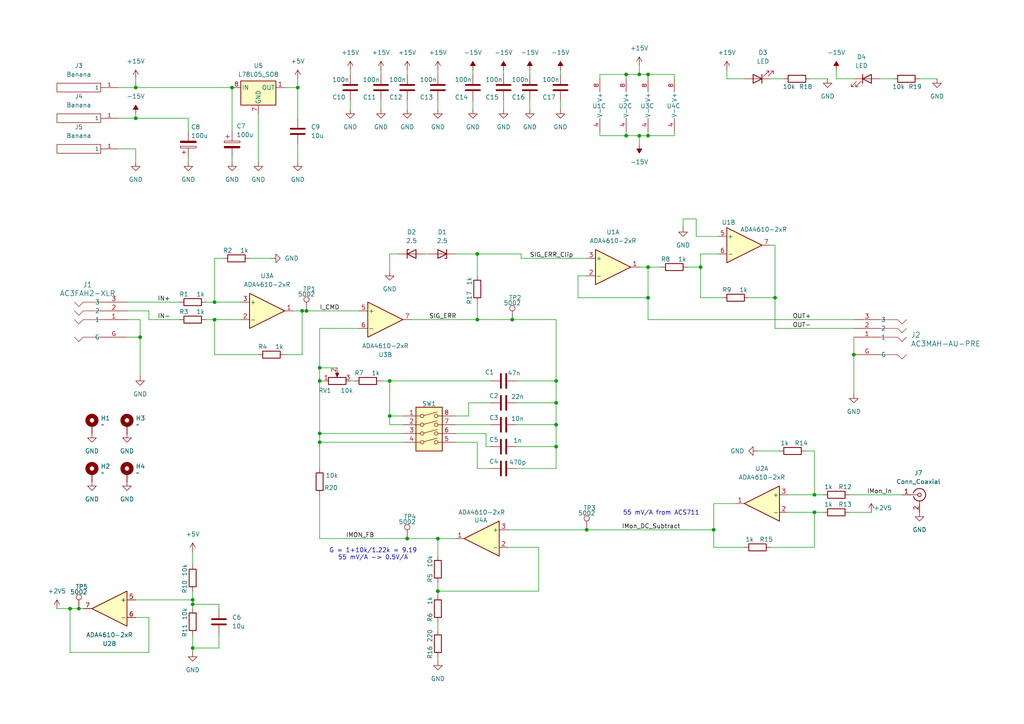
<source format=kicad_sch>
(kicad_sch (version 20231120) (generator "eeschema") (generator_version "8.0")
  (paper "A4")
  (junction (at 62.23 92.71))
  (junction (at 185.42 39.37))
  (junction (at 113.03 110.49))
  (junction (at 118.11 156.21))
  (junction (at 181.61 39.37))
  (junction (at 247.65 102.87))
  (junction (at 161.29 110.49))
  (junction (at 86.36 25.4))
  (junction (at 55.88 173.99))
  (junction (at 187.96 39.37))
  (junction (at 62.23 87.63))
  (junction (at 236.22 143.51))
  (junction (at 224.79 86.36))
  (junction (at 39.37 25.4))
  (junction (at 187.96 86.36))
  (junction (at 185.42 21.59))
  (junction (at 92.71 106.68))
  (junction (at 92.71 128.27))
  (junction (at 161.29 123.19))
  (junction (at 20.32 176.53))
  (junction (at 92.71 125.73))
  (junction (at 55.88 187.96))
  (junction (at 207.01 153.67))
  (junction (at 127 171.45))
  (junction (at 40.64 97.79))
  (junction (at 148.59 92.71))
  (junction (at 113.03 120.65))
  (junction (at 39.37 34.29))
  (junction (at 138.43 92.71))
  (junction (at 187.96 77.47))
  (junction (at 67.31 25.4))
  (junction (at 203.2 77.47))
  (junction (at 236.22 148.59))
  (junction (at 127 156.21))
  (junction (at 88.9 90.17))
  (junction (at 92.71 110.49))
  (junction (at 55.88 175.26))
  (junction (at 138.43 73.66))
  (junction (at 181.61 21.59))
  (junction (at 187.96 21.59))
  (junction (at 170.18 153.67))
  (junction (at 161.29 129.54))
  (junction (at 22.86 176.53))
  (junction (at 87.63 90.17))
  (junction (at 161.29 116.84))
  (wire (pts (xy 39.37 25.4) (xy 67.31 25.4)))
  (wire (pts (xy 62.23 74.93) (xy 64.77 74.93)))
  (wire (pts (xy 92.71 143.51) (xy 92.71 156.21)))
  (wire (pts (xy 173.99 38.1) (xy 173.99 39.37)))
  (wire (pts (xy 55.88 187.96) (xy 55.88 184.15)))
  (wire (pts (xy 63.5 176.53) (xy 63.5 175.26)))
  (wire (pts (xy 135.89 116.84) (xy 135.89 120.65)))
  (wire (pts (xy 54.61 38.1) (xy 54.61 34.29)))
  (wire (pts (xy 167.64 80.01) (xy 167.64 86.36)))
  (wire (pts (xy 209.55 86.36) (xy 203.2 86.36)))
  (wire (pts (xy 261.62 143.51) (xy 246.38 143.51)))
  (wire (pts (xy 149.86 135.89) (xy 161.29 135.89)))
  (wire (pts (xy 92.71 125.73) (xy 116.84 125.73)))
  (wire (pts (xy 153.67 20.32) (xy 153.67 21.59)))
  (wire (pts (xy 226.06 130.81) (xy 219.71 130.81)))
  (wire (pts (xy 161.29 110.49) (xy 161.29 116.84)))
  (wire (pts (xy 39.37 173.99) (xy 55.88 173.99)))
  (wire (pts (xy 224.79 71.12) (xy 224.79 86.36)))
  (wire (pts (xy 142.24 129.54) (xy 140.97 129.54)))
  (wire (pts (xy 54.61 45.72) (xy 54.61 46.99)))
  (wire (pts (xy 149.86 123.19) (xy 161.29 123.19)))
  (wire (pts (xy 153.67 29.21) (xy 153.67 31.75)))
  (wire (pts (xy 161.29 92.71) (xy 148.59 92.71)))
  (wire (pts (xy 210.82 20.32) (xy 210.82 22.86)))
  (wire (pts (xy 40.64 97.79) (xy 40.64 109.22)))
  (wire (pts (xy 162.56 29.21) (xy 162.56 31.75)))
  (wire (pts (xy 87.63 90.17) (xy 85.09 90.17)))
  (wire (pts (xy 39.37 43.18) (xy 39.37 46.99)))
  (wire (pts (xy 156.21 158.75) (xy 156.21 171.45)))
  (wire (pts (xy 101.6 20.32) (xy 101.6 21.59)))
  (wire (pts (xy 266.7 22.86) (xy 271.78 22.86)))
  (wire (pts (xy 82.55 25.4) (xy 86.36 25.4)))
  (wire (pts (xy 223.52 22.86) (xy 227.33 22.86)))
  (wire (pts (xy 86.36 34.29) (xy 86.36 25.4)))
  (wire (pts (xy 82.55 102.87) (xy 87.63 102.87)))
  (wire (pts (xy 110.49 29.21) (xy 110.49 31.75)))
  (wire (pts (xy 185.42 77.47) (xy 187.96 77.47)))
  (wire (pts (xy 113.03 73.66) (xy 115.57 73.66)))
  (wire (pts (xy 140.97 129.54) (xy 140.97 125.73)))
  (wire (pts (xy 93.98 110.49) (xy 92.71 110.49)))
  (wire (pts (xy 39.37 34.29) (xy 39.37 33.02)))
  (wire (pts (xy 20.32 189.23) (xy 20.32 176.53)))
  (wire (pts (xy 22.86 176.53) (xy 24.13 176.53)))
  (wire (pts (xy 242.57 20.32) (xy 242.57 22.86)))
  (wire (pts (xy 138.43 92.71) (xy 119.38 92.71)))
  (wire (pts (xy 236.22 148.59) (xy 236.22 158.75)))
  (wire (pts (xy 142.24 116.84) (xy 135.89 116.84)))
  (wire (pts (xy 63.5 187.96) (xy 55.88 187.96)))
  (wire (pts (xy 36.83 92.71) (xy 40.64 92.71)))
  (wire (pts (xy 36.83 87.63) (xy 52.07 87.63)))
  (wire (pts (xy 62.23 92.71) (xy 62.23 102.87)))
  (wire (pts (xy 181.61 21.59) (xy 185.42 21.59)))
  (wire (pts (xy 62.23 102.87) (xy 74.93 102.87)))
  (wire (pts (xy 161.29 135.89) (xy 161.29 129.54)))
  (wire (pts (xy 255.27 22.86) (xy 259.08 22.86)))
  (wire (pts (xy 238.76 148.59) (xy 236.22 148.59)))
  (wire (pts (xy 62.23 87.63) (xy 69.85 87.63)))
  (wire (pts (xy 55.88 173.99) (xy 55.88 175.26)))
  (wire (pts (xy 74.93 33.02) (xy 74.93 46.99)))
  (wire (pts (xy 173.99 22.86) (xy 173.99 21.59)))
  (wire (pts (xy 118.11 29.21) (xy 118.11 31.75)))
  (wire (pts (xy 161.29 129.54) (xy 161.29 123.19)))
  (wire (pts (xy 43.18 92.71) (xy 52.07 92.71)))
  (wire (pts (xy 161.29 116.84) (xy 161.29 123.19)))
  (wire (pts (xy 92.71 128.27) (xy 92.71 135.89)))
  (wire (pts (xy 151.13 74.93) (xy 170.18 74.93)))
  (wire (pts (xy 118.11 20.32) (xy 118.11 21.59)))
  (wire (pts (xy 223.52 71.12) (xy 224.79 71.12)))
  (wire (pts (xy 156.21 171.45) (xy 127 171.45)))
  (wire (pts (xy 138.43 135.89) (xy 138.43 128.27)))
  (wire (pts (xy 101.6 110.49) (xy 102.87 110.49)))
  (wire (pts (xy 92.71 106.68) (xy 92.71 110.49)))
  (wire (pts (xy 203.2 73.66) (xy 208.28 73.66)))
  (wire (pts (xy 242.57 22.86) (xy 247.65 22.86)))
  (wire (pts (xy 181.61 22.86) (xy 181.61 21.59)))
  (wire (pts (xy 20.32 176.53) (xy 22.86 176.53)))
  (wire (pts (xy 187.96 92.71) (xy 187.96 86.36)))
  (wire (pts (xy 97.79 106.68) (xy 92.71 106.68)))
  (wire (pts (xy 39.37 22.86) (xy 39.37 25.4)))
  (wire (pts (xy 86.36 22.86) (xy 86.36 25.4)))
  (wire (pts (xy 34.29 34.29) (xy 39.37 34.29)))
  (wire (pts (xy 162.56 20.32) (xy 162.56 21.59)))
  (wire (pts (xy 138.43 92.71) (xy 138.43 87.63)))
  (wire (pts (xy 236.22 148.59) (xy 228.6 148.59)))
  (wire (pts (xy 127 172.72) (xy 127 171.45)))
  (wire (pts (xy 185.42 21.59) (xy 187.96 21.59)))
  (wire (pts (xy 116.84 120.65) (xy 113.03 120.65)))
  (wire (pts (xy 62.23 92.71) (xy 69.85 92.71)))
  (wire (pts (xy 55.88 175.26) (xy 55.88 176.53)))
  (wire (pts (xy 185.42 39.37) (xy 187.96 39.37)))
  (wire (pts (xy 36.83 90.17) (xy 43.18 90.17)))
  (wire (pts (xy 234.95 22.86) (xy 240.03 22.86)))
  (wire (pts (xy 116.84 123.19) (xy 113.03 123.19)))
  (wire (pts (xy 252.73 148.59) (xy 246.38 148.59)))
  (wire (pts (xy 199.39 77.47) (xy 203.2 77.47)))
  (wire (pts (xy 127 180.34) (xy 127 182.88)))
  (wire (pts (xy 187.96 86.36) (xy 187.96 77.47)))
  (wire (pts (xy 127 171.45) (xy 127 168.91)))
  (wire (pts (xy 210.82 22.86) (xy 215.9 22.86)))
  (wire (pts (xy 43.18 179.07) (xy 43.18 189.23)))
  (wire (pts (xy 149.86 110.49) (xy 161.29 110.49)))
  (wire (pts (xy 238.76 143.51) (xy 236.22 143.51)))
  (wire (pts (xy 127 29.21) (xy 127 31.75)))
  (wire (pts (xy 187.96 38.1) (xy 187.96 39.37)))
  (wire (pts (xy 203.2 86.36) (xy 203.2 77.47)))
  (wire (pts (xy 55.88 160.02) (xy 55.88 163.83)))
  (wire (pts (xy 54.61 34.29) (xy 39.37 34.29)))
  (wire (pts (xy 110.49 110.49) (xy 113.03 110.49)))
  (wire (pts (xy 55.88 171.45) (xy 55.88 173.99)))
  (wire (pts (xy 127 161.29) (xy 127 156.21)))
  (wire (pts (xy 151.13 74.93) (xy 151.13 73.66)))
  (wire (pts (xy 142.24 135.89) (xy 138.43 135.89)))
  (wire (pts (xy 151.13 73.66) (xy 138.43 73.66)))
  (wire (pts (xy 247.65 102.87) (xy 247.65 114.3)))
  (wire (pts (xy 132.08 73.66) (xy 138.43 73.66)))
  (wire (pts (xy 167.64 86.36) (xy 187.96 86.36)))
  (wire (pts (xy 113.03 110.49) (xy 142.24 110.49)))
  (wire (pts (xy 170.18 80.01) (xy 167.64 80.01)))
  (wire (pts (xy 55.88 189.23) (xy 55.88 187.96)))
  (wire (pts (xy 72.39 74.93) (xy 78.74 74.93)))
  (wire (pts (xy 187.96 21.59) (xy 195.58 21.59)))
  (wire (pts (xy 59.69 92.71) (xy 62.23 92.71)))
  (wire (pts (xy 113.03 78.74) (xy 113.03 73.66)))
  (wire (pts (xy 132.08 123.19) (xy 142.24 123.19)))
  (wire (pts (xy 215.9 158.75) (xy 207.01 158.75)))
  (wire (pts (xy 236.22 130.81) (xy 233.68 130.81)))
  (wire (pts (xy 138.43 80.01) (xy 138.43 73.66)))
  (wire (pts (xy 127 20.32) (xy 127 21.59)))
  (wire (pts (xy 207.01 153.67) (xy 207.01 146.05)))
  (wire (pts (xy 195.58 39.37) (xy 195.58 38.1)))
  (wire (pts (xy 92.71 110.49) (xy 92.71 125.73)))
  (wire (pts (xy 247.65 97.79) (xy 247.65 102.87)))
  (wire (pts (xy 132.08 125.73) (xy 140.97 125.73)))
  (wire (pts (xy 127 190.5) (xy 127 191.77)))
  (wire (pts (xy 173.99 39.37) (xy 181.61 39.37)))
  (wire (pts (xy 201.93 63.5) (xy 198.12 63.5)))
  (wire (pts (xy 247.65 95.25) (xy 224.79 95.25)))
  (wire (pts (xy 146.05 20.32) (xy 146.05 21.59)))
  (wire (pts (xy 181.61 39.37) (xy 185.42 39.37)))
  (wire (pts (xy 113.03 110.49) (xy 113.03 120.65)))
  (wire (pts (xy 137.16 20.32) (xy 137.16 21.59)))
  (wire (pts (xy 55.88 175.26) (xy 63.5 175.26)))
  (wire (pts (xy 247.65 92.71) (xy 187.96 92.71)))
  (wire (pts (xy 181.61 38.1) (xy 181.61 39.37)))
  (wire (pts (xy 135.89 120.65) (xy 132.08 120.65)))
  (wire (pts (xy 185.42 39.37) (xy 185.42 41.91)))
  (wire (pts (xy 59.69 87.63) (xy 62.23 87.63)))
  (wire (pts (xy 236.22 158.75) (xy 223.52 158.75)))
  (wire (pts (xy 127 156.21) (xy 132.08 156.21)))
  (wire (pts (xy 88.9 90.17) (xy 104.14 90.17)))
  (wire (pts (xy 123.19 73.66) (xy 124.46 73.66)))
  (wire (pts (xy 86.36 41.91) (xy 86.36 46.99)))
  (wire (pts (xy 203.2 73.66) (xy 203.2 77.47)))
  (wire (pts (xy 63.5 184.15) (xy 63.5 187.96)))
  (wire (pts (xy 148.59 92.71) (xy 138.43 92.71)))
  (wire (pts (xy 224.79 95.25) (xy 224.79 86.36)))
  (wire (pts (xy 92.71 125.73) (xy 92.71 128.27)))
  (wire (pts (xy 170.18 153.67) (xy 207.01 153.67)))
  (wire (pts (xy 92.71 95.25) (xy 92.71 106.68)))
  (wire (pts (xy 149.86 116.84) (xy 161.29 116.84)))
  (wire (pts (xy 161.29 92.71) (xy 161.29 110.49)))
  (wire (pts (xy 113.03 120.65) (xy 113.03 123.19)))
  (wire (pts (xy 92.71 95.25) (xy 104.14 95.25)))
  (wire (pts (xy 173.99 21.59) (xy 181.61 21.59)))
  (wire (pts (xy 137.16 29.21) (xy 137.16 31.75)))
  (wire (pts (xy 138.43 128.27) (xy 132.08 128.27)))
  (wire (pts (xy 147.32 153.67) (xy 170.18 153.67)))
  (wire (pts (xy 187.96 39.37) (xy 195.58 39.37)))
  (wire (pts (xy 43.18 189.23) (xy 20.32 189.23)))
  (wire (pts (xy 87.63 102.87) (xy 87.63 90.17)))
  (wire (pts (xy 110.49 20.32) (xy 110.49 21.59)))
  (wire (pts (xy 149.86 129.54) (xy 161.29 129.54)))
  (wire (pts (xy 146.05 29.21) (xy 146.05 31.75)))
  (wire (pts (xy 185.42 21.59) (xy 185.42 19.05)))
  (wire (pts (xy 36.83 97.79) (xy 40.64 97.79)))
  (wire (pts (xy 62.23 87.63) (xy 62.23 74.93)))
  (wire (pts (xy 39.37 179.07) (xy 43.18 179.07)))
  (wire (pts (xy 236.22 143.51) (xy 236.22 130.81)))
  (wire (pts (xy 34.29 25.4) (xy 39.37 25.4)))
  (wire (pts (xy 67.31 38.1) (xy 67.31 25.4)))
  (wire (pts (xy 34.29 43.18) (xy 39.37 43.18)))
  (wire (pts (xy 187.96 22.86) (xy 187.96 21.59)))
  (wire (pts (xy 92.71 128.27) (xy 116.84 128.27)))
  (wire (pts (xy 40.64 92.71) (xy 40.64 97.79)))
  (wire (pts (xy 236.22 143.51) (xy 228.6 143.51)))
  (wire (pts (xy 195.58 21.59) (xy 195.58 22.86)))
  (wire (pts (xy 101.6 29.21) (xy 101.6 31.75)))
  (wire (pts (xy 16.51 176.53) (xy 20.32 176.53)))
  (wire (pts (xy 208.28 68.58) (xy 201.93 68.58)))
  (wire (pts (xy 92.71 156.21) (xy 118.11 156.21)))
  (wire (pts (xy 87.63 90.17) (xy 88.9 90.17)))
  (wire (pts (xy 198.12 63.5) (xy 198.12 66.04)))
  (wire (pts (xy 147.32 158.75) (xy 156.21 158.75)))
  (wire (pts (xy 207.01 158.75) (xy 207.01 153.67)))
  (wire (pts (xy 118.11 156.21) (xy 127 156.21)))
  (wire (pts (xy 201.93 68.58) (xy 201.93 63.5)))
  (wire (pts (xy 187.96 77.47) (xy 191.77 77.47)))
  (wire (pts (xy 67.31 45.72) (xy 67.31 46.99)))
  (wire (pts (xy 207.01 146.05) (xy 213.36 146.05)))
  (wire (pts (xy 43.18 92.71) (xy 43.18 90.17)))
  (wire (pts (xy 224.79 86.36) (xy 217.17 86.36)))
  (text "G = 1+10k/1.22k = 9.19\n55 mV/A -> 0.5V/A" (at 108.204 160.782 0) (effects (font (size 1.27 1.27))))
  (text "55 mV/A from ACS711\n" (at 191.77 148.844 0) (effects (font (size 1.27 1.27))))
  (label "I_CMD" (at 92.71 90.17 0))
  (label "IN+" (at 45.72 87.63 0))
  (label "OUT-" (at 229.87 95.25 0))
  (label "SIG_ERR_Clip" (at 153.67 74.93 0))
  (label "IMon_DC_Subtract" (at 180.34 153.67 0))
  (label "IN-" (at 45.72 92.71 0))
  (label "IMon_In" (at 251.46 143.51 0))
  (label "SIG_ERR" (at 124.46 92.71 0))
  (label "OUT+" (at 229.87 92.71 0))
  (label "IMON_FB" (at 100.33 156.21 0))
  (symbol (lib_id "Device:C_Polarized") (at 67.31 41.91 0) (unit 1)
    (property "Reference" "C7" (at 68.58 36.576 0) (effects (justify left)))
    (property "Value" "100u" (at 68.58 39.116 0) (effects (justify left)))
    (property "Footprint" "Capacitor_THT:CP_Radial_D6.3mm_P2.50mm" (effects (hide yes)))
    (property "Description" "Polarized capacitor" (effects (hide yes)))
  )
  (symbol (lib_id "power:+2V5") (at 252.73 148.59 0) (unit 1)
    (property "Reference" "#PWR012" (effects (hide yes)))
    (property "Value" "+2V5" (at 256.032 147.32 0))
    (property "Description" "Power symbol creates a global label with name \"+2V5\"" (effects (hide yes)))
  )
  (symbol (lib_id "Mechanical:MountingHole_Pad") (at 26.67 123.19 0) (unit 1) (exclude_from_sim yes) (in_bom no)
    (property "Reference" "H1" (at 29.21 121.2849 0) (effects (justify left)))
    (property "Value" "~" (at 29.21 123.19 0) (effects (justify left)))
    (property "Footprint" "MountingHole:MountingHole_3.2mm_M3_DIN965_Pad" (effects (hide yes)))
    (property "Description" "Mounting Hole with connection" (effects (hide yes)))
  )
  (symbol (lib_id "power:GND") (at 101.6 31.75 0) (unit 1)
    (property "Reference" "#PWR028" (effects (hide yes)))
    (property "Value" "GND" (at 101.6 36.83 0))
    (property "Description" "Power symbol creates a global label with name \"GND\" , ground" (effects (hide yes)))
  )
  (symbol (lib_id "Device:C") (at 146.05 25.4 180) (unit 1)
    (property "Reference" "C15" (at 142.748 28.194 0))
    (property "Value" "100n" (at 143.256 23.114 0))
    (property "Footprint" "Capacitor_SMD:C_0805_2012Metric_Pad1.18x1.45mm_HandSolder" (effects (hide yes)))
    (property "Description" "Unpolarized capacitor" (effects (hide yes)))
  )
  (symbol (lib_id "Device:C") (at 86.36 38.1 180) (unit 1)
    (property "Reference" "C9" (at 90.17 36.8299 0) (effects (justify right)))
    (property "Value" "10u" (at 90.17 39.3699 0) (effects (justify right)))
    (property "Footprint" "Capacitor_SMD:C_0805_2012Metric_Pad1.18x1.45mm_HandSolder" (effects (hide yes)))
    (property "Description" "Unpolarized capacitor" (effects (hide yes)))
  )
  (symbol (lib_id "Amplifier_Operational:ADA4610-2xR") (at 77.47 90.17 0) (unit 1)
    (property "Reference" "U3" (at 77.47 80.01 0))
    (property "Value" "ADA4610-2xR" (at 77.47 82.55 0))
    (property "Footprint" "Package_SO:SOIC-8_3.9x4.9mm_P1.27mm" (effects (hide yes)))
    (property "Datasheet" "https://www.analog.com/media/en/technical-documentation/data-sheets/ADA4610-1_4610-2_4610-4.pdf" (effects (hide yes)))
    (property "Description" "Dual Low Noise, Precision, Rail-to-Rail Output, JFET Op Amp, SOIC-8" (effects (hide yes)))
  )
  (symbol (lib_id "Amplifier_Operational:ADA4610-2xR") (at 181.61 30.48 0) (unit 3)
    (property "Reference" "U2" (at 183.388 30.734 0) (effects (justify right)))
    (property "Value" "ADA4610-2xR" (effects (hide yes)))
    (property "Footprint" "Package_SO:SOIC-8_3.9x4.9mm_P1.27mm" (effects (hide yes)))
    (property "Datasheet" "https://www.analog.com/media/en/technical-documentation/data-sheets/ADA4610-1_4610-2_4610-4.pdf" (effects (hide yes)))
    (property "Description" "Dual Low Noise, Precision, Rail-to-Rail Output, JFET Op Amp, SOIC-8" (effects (hide yes)))
  )
  (symbol (lib_id "Device:C") (at 146.05 110.49 90) (unit 1)
    (property "Reference" "C1" (at 141.986 107.95 90))
    (property "Value" "47n" (at 149.098 108.204 90))
    (property "Footprint" "Capacitor_SMD:C_0805_2012Metric_Pad1.18x1.45mm_HandSolder" (effects (hide yes)))
    (property "Description" "Unpolarized capacitor" (effects (hide yes)))
  )
  (symbol (lib_id "Device:R") (at 55.88 167.64 180) (unit 1)
    (property "Reference" "R10" (at 53.594 170.18 90))
    (property "Value" "10k" (at 53.594 165.354 90))
    (property "Footprint" "Resistor_SMD:R_0805_2012Metric_Pad1.20x1.40mm_HandSolder" (effects (hide yes)))
    (property "Description" "Resistor" (effects (hide yes)))
  )
  (symbol (lib_id "Connector:TestPoint") (at 148.59 92.71 0) (unit 1)
    (property "Reference" "TP2" (at 147.574 86.36 0) (effects (justify left)))
    (property "Value" "5002" (at 146.05 87.884 0) (effects (justify left)))
    (property "Footprint" "TestPoint:TestPoint_Loop_D2.50mm_Drill1.0mm" (effects (hide yes)))
    (property "Description" "test point" (effects (hide yes)))
  )
  (symbol (lib_id "Device:C") (at 146.05 129.54 90) (unit 1)
    (property "Reference" "C5" (at 143.256 127.508 90))
    (property "Value" "1n" (at 150.114 127.762 90))
    (property "Footprint" "Capacitor_SMD:C_0805_2012Metric_Pad1.18x1.45mm_HandSolder" (effects (hide yes)))
    (property "Description" "Unpolarized capacitor" (effects (hide yes)))
  )
  (symbol (lib_id "Device:C") (at 146.05 135.89 90) (unit 1)
    (property "Reference" "C4" (at 143.256 133.858 90))
    (property "Value" "470p" (at 150.114 134.112 90))
    (property "Footprint" "Capacitor_SMD:C_0805_2012Metric_Pad1.18x1.45mm_HandSolder" (effects (hide yes)))
    (property "Description" "Unpolarized capacitor" (effects (hide yes)))
  )
  (symbol (lib_id "Device:R") (at 78.74 102.87 90) (unit 1)
    (property "Reference" "R4" (at 76.2 100.584 90))
    (property "Value" "1k" (at 81.026 100.584 90))
    (property "Footprint" "Resistor_SMD:R_0805_2012Metric_Pad1.20x1.40mm_HandSolder" (effects (hide yes)))
    (property "Description" "Resistor" (effects (hide yes)))
  )
  (symbol (lib_id "Device:R") (at 55.88 92.71 90) (unit 1)
    (property "Reference" "R3" (at 53.34 90.424 90))
    (property "Value" "1k" (at 58.166 90.424 90))
    (property "Footprint" "Resistor_SMD:R_0805_2012Metric_Pad1.20x1.40mm_HandSolder" (effects (hide yes)))
    (property "Description" "Resistor" (effects (hide yes)))
  )
  (symbol (lib_id "power:-15V") (at 185.42 41.91 0) (mirror x) (unit 1)
    (property "Reference" "#PWR025" (effects (hide yes)))
    (property "Value" "-15V" (at 185.42 46.99 0))
    (property "Description" "Power symbol creates a global label with name \"-15V\"" (effects (hide yes)))
  )
  (symbol (lib_id "Connector:Conn_Coaxial") (at 266.7 143.51 0) (unit 1)
    (property "Reference" "J7" (at 266.3826 137.16 0))
    (property "Value" "Conn_Coaxial" (at 266.3826 139.7 0))
    (property "Footprint" "Eli_Lib:31-5486-1010 BNC Panel RA" (effects (hide yes)))
    (property "Description" "coaxial connector (BNC, SMA, SMB, SMC, Cinch/RCA, LEMO, ...)" (effects (hide yes)))
  )
  (symbol (lib_id "power:+15V") (at 185.42 19.05 0) (unit 1)
    (property "Reference" "#PWR026" (effects (hide yes)))
    (property "Value" "+15V" (at 185.42 13.97 0))
    (property "Description" "Power symbol creates a global label with name \"+15V\"" (effects (hide yes)))
  )
  (symbol (lib_id "Device:R") (at 242.57 143.51 270) (mirror x) (unit 1)
    (property "Reference" "R12" (at 245.11 141.224 90))
    (property "Value" "1k" (at 240.284 141.224 90))
    (property "Footprint" "Resistor_SMD:R_0805_2012Metric_Pad1.20x1.40mm_HandSolder" (effects (hide yes)))
    (property "Description" "Resistor" (effects (hide yes)))
  )
  (symbol (lib_id "Device:D_Zener") (at 119.38 73.66 0) (unit 1)
    (property "Reference" "D2" (at 119.38 67.31 0))
    (property "Value" "2.5" (at 119.38 69.85 0))
    (property "Footprint" "Diode_SMD:D_SOD-123" (effects (hide yes)))
    (property "Description" "Zener diode" (effects (hide yes)))
  )
  (symbol (lib_id "power:GND") (at 86.36 46.99 0) (unit 1)
    (property "Reference" "#PWR020" (effects (hide yes)))
    (property "Value" "GND" (at 86.36 52.07 0))
    (property "Description" "Power symbol creates a global label with name \"GND\" , ground" (effects (hide yes)))
  )
  (symbol (lib_id "Device:C") (at 127 25.4 180) (unit 1)
    (property "Reference" "C13" (at 123.698 28.194 0))
    (property "Value" "100n" (at 124.206 23.114 0))
    (property "Footprint" "Capacitor_SMD:C_0805_2012Metric_Pad1.18x1.45mm_HandSolder" (effects (hide yes)))
    (property "Description" "Unpolarized capacitor" (effects (hide yes)))
  )
  (symbol (lib_id "power:GND") (at 271.78 22.86 0) (unit 1)
    (property "Reference" "#PWR024" (effects (hide yes)))
    (property "Value" "GND" (at 271.78 27.94 0))
    (property "Description" "Power symbol creates a global label with name \"GND\" , ground" (effects (hide yes)))
  )
  (symbol (lib_id "Device:R") (at 55.88 180.34 180) (unit 1)
    (property "Reference" "R11" (at 53.594 182.88 90))
    (property "Value" "10k" (at 53.594 178.054 90))
    (property "Footprint" "Resistor_SMD:R_0805_2012Metric_Pad1.20x1.40mm_HandSolder" (effects (hide yes)))
    (property "Description" "Resistor" (effects (hide yes)))
  )
  (symbol (lib_id "Device:R") (at 195.58 77.47 90) (unit 1)
    (property "Reference" "R8" (at 193.04 75.184 90))
    (property "Value" "1k" (at 197.866 75.184 90))
    (property "Footprint" "Resistor_SMD:R_0805_2012Metric_Pad1.20x1.40mm_HandSolder" (effects (hide yes)))
    (property "Description" "Resistor" (effects (hide yes)))
  )
  (symbol (lib_id "Amplifier_Operational:ADA4610-2xR") (at 220.98 146.05 0) (mirror y) (unit 1)
    (property "Reference" "U2" (at 220.98 135.89 0))
    (property "Value" "ADA4610-2xR" (at 220.98 138.43 0))
    (property "Footprint" "Package_SO:SOIC-8_3.9x4.9mm_P1.27mm" (effects (hide yes)))
    (property "Datasheet" "https://www.analog.com/media/en/technical-documentation/data-sheets/ADA4610-1_4610-2_4610-4.pdf" (effects (hide yes)))
    (property "Description" "Dual Low Noise, Precision, Rail-to-Rail Output, JFET Op Amp, SOIC-8" (effects (hide yes)))
  )
  (symbol (lib_id "power:-15V") (at 39.37 33.02 0) (unit 1)
    (property "Reference" "#PWR014" (effects (hide yes)))
    (property "Value" "-15V" (at 39.37 27.94 0))
    (property "Description" "Power symbol creates a global label with name \"-15V\"" (effects (hide yes)))
  )
  (symbol (lib_id "Connector:TestPoint") (at 22.86 176.53 0) (unit 1)
    (property "Reference" "TP5" (at 21.844 170.18 0) (effects (justify left)))
    (property "Value" "5002" (at 20.32 171.704 0) (effects (justify left)))
    (property "Footprint" "TestPoint:TestPoint_Loop_D2.50mm_Drill1.0mm" (effects (hide yes)))
    (property "Description" "test point" (effects (hide yes)))
  )
  (symbol (lib_id "Device:R") (at 138.43 83.82 180) (unit 1)
    (property "Reference" "R17" (at 136.144 86.36 90))
    (property "Value" "1k" (at 136.144 81.534 90))
    (property "Footprint" "Resistor_SMD:R_0805_2012Metric_Pad1.20x1.40mm_HandSolder" (effects (hide yes)))
    (property "Description" "Resistor" (effects (hide yes)))
  )
  (symbol (lib_id "Device:R") (at 55.88 87.63 90) (unit 1)
    (property "Reference" "R1" (at 53.34 85.344 90))
    (property "Value" "1k" (at 58.166 85.344 90))
    (property "Footprint" "Resistor_SMD:R_0805_2012Metric_Pad1.20x1.40mm_HandSolder" (effects (hide yes)))
    (property "Description" "Resistor" (effects (hide yes)))
  )
  (symbol (lib_id "power:-15V") (at 137.16 20.32 0) (unit 1)
    (property "Reference" "#PWR035" (effects (hide yes)))
    (property "Value" "-15V" (at 137.16 15.24 0))
    (property "Description" "Power symbol creates a global label with name \"-15V\"" (effects (hide yes)))
  )
  (symbol (lib_id "power:-15V") (at 242.57 20.32 0) (unit 1)
    (property "Reference" "#PWR023" (effects (hide yes)))
    (property "Value" "-15V" (at 242.57 15.24 0))
    (property "Description" "Power symbol creates a global label with name \"-15V\"" (effects (hide yes)))
  )
  (symbol (lib_id "Connector:TestPoint") (at 118.11 156.21 0) (unit 1)
    (property "Reference" "TP4" (at 117.094 149.86 0) (effects (justify left)))
    (property "Value" "5002" (at 115.57 151.384 0) (effects (justify left)))
    (property "Footprint" "TestPoint:TestPoint_Loop_D2.50mm_Drill1.0mm" (effects (hide yes)))
    (property "Description" "test point" (effects (hide yes)))
  )
  (symbol (lib_id "Device:C") (at 101.6 25.4 180) (unit 1)
    (property "Reference" "C10" (at 98.298 28.194 0))
    (property "Value" "100n" (at 98.806 23.114 0))
    (property "Footprint" "Capacitor_SMD:C_0805_2012Metric_Pad1.18x1.45mm_HandSolder" (effects (hide yes)))
    (property "Description" "Unpolarized capacitor" (effects (hide yes)))
  )
  (symbol (lib_id "Device:C") (at 153.67 25.4 180) (unit 1)
    (property "Reference" "C16" (at 150.368 28.194 0))
    (property "Value" "100n" (at 150.876 23.114 0))
    (property "Footprint" "Capacitor_SMD:C_0805_2012Metric_Pad1.18x1.45mm_HandSolder" (effects (hide yes)))
    (property "Description" "Unpolarized capacitor" (effects (hide yes)))
  )
  (symbol (lib_id "Device:R") (at 262.89 22.86 270) (unit 1)
    (property "Reference" "R19" (at 265.43 25.146 90))
    (property "Value" "10k" (at 260.604 25.146 90))
    (property "Footprint" "Resistor_SMD:R_0805_2012Metric_Pad1.20x1.40mm_HandSolder" (effects (hide yes)))
    (property "Description" "Resistor" (effects (hide yes)))
  )
  (symbol (lib_id "power:GND") (at 153.67 31.75 0) (unit 1)
    (property "Reference" "#PWR040" (effects (hide yes)))
    (property "Value" "GND" (at 153.67 36.83 0))
    (property "Description" "Power symbol creates a global label with name \"GND\" , ground" (effects (hide yes)))
  )
  (symbol (lib_id "Device:C_Polarized") (at 54.61 41.91 0) (mirror x) (unit 1)
    (property "Reference" "C8" (at 55.372 36.83 0) (effects (justify left)))
    (property "Value" "100u" (at 55.372 39.37 0) (effects (justify left)))
    (property "Footprint" "Capacitor_THT:CP_Radial_D6.3mm_P2.50mm" (effects (hide yes)))
    (property "Description" "Polarized capacitor" (effects (hide yes)))
  )
  (symbol (lib_id "power:+15V") (at 101.6 20.32 0) (unit 1)
    (property "Reference" "#PWR027" (effects (hide yes)))
    (property "Value" "+15V" (at 101.6 15.24 0))
    (property "Description" "Power symbol creates a global label with name \"+15V\"" (effects (hide yes)))
  )
  (symbol (lib_id "Eli_v6Lib:Banana") (at 22.86 43.18 0) (unit 1)
    (property "Reference" "J5" (at 22.86 36.83 0))
    (property "Value" "Banana" (at 22.86 39.37 0))
    (property "Footprint" "Eli_Lib:Banana-FCR7350L" (effects (hide yes)))
  )
  (symbol (lib_id "power:-15V") (at 146.05 20.32 0) (unit 1)
    (property "Reference" "#PWR037" (effects (hide yes)))
    (property "Value" "-15V" (at 146.05 15.24 0))
    (property "Description" "Power symbol creates a global label with name \"-15V\"" (effects (hide yes)))
  )
  (symbol (lib_id "power:-15V") (at 162.56 20.32 0) (unit 1)
    (property "Reference" "#PWR041" (effects (hide yes)))
    (property "Value" "-15V" (at 162.56 15.24 0))
    (property "Description" "Power symbol creates a global label with name \"-15V\"" (effects (hide yes)))
  )
  (symbol (lib_id "power:+5V") (at 86.36 22.86 0) (unit 1)
    (property "Reference" "#PWR018" (effects (hide yes)))
    (property "Value" "+5V" (at 86.36 17.78 0))
    (property "Description" "Power symbol creates a global label with name \"+5V\"" (effects (hide yes)))
  )
  (symbol (lib_id "Amplifier_Operational:ADA4610-2xR") (at 173.99 30.48 0) (unit 3)
    (property "Reference" "U1" (at 175.768 30.734 0) (effects (justify right)))
    (property "Value" "ADA4610-2xR" (effects (hide yes)))
    (property "Footprint" "Package_SO:SOIC-8_3.9x4.9mm_P1.27mm" (effects (hide yes)))
    (property "Datasheet" "https://www.analog.com/media/en/technical-documentation/data-sheets/ADA4610-1_4610-2_4610-4.pdf" (effects (hide yes)))
    (property "Description" "Dual Low Noise, Precision, Rail-to-Rail Output, JFET Op Amp, SOIC-8" (effects (hide yes)))
  )
  (symbol (lib_id "Device:C") (at 137.16 25.4 180) (unit 1)
    (property "Reference" "C14" (at 133.858 28.194 0))
    (property "Value" "100n" (at 134.366 23.114 0))
    (property "Footprint" "Capacitor_SMD:C_0805_2012Metric_Pad1.18x1.45mm_HandSolder" (effects (hide yes)))
    (property "Description" "Unpolarized capacitor" (effects (hide yes)))
  )
  (symbol (lib_id "power:+15V") (at 210.82 20.32 0) (unit 1)
    (property "Reference" "#PWR021" (effects (hide yes)))
    (property "Value" "+15V" (at 210.82 15.24 0))
    (property "Description" "Power symbol creates a global label with name \"+15V\"" (effects (hide yes)))
  )
  (symbol (lib_id "Device:C") (at 110.49 25.4 180) (unit 1)
    (property "Reference" "C11" (at 107.188 28.194 0))
    (property "Value" "100n" (at 107.696 23.114 0))
    (property "Footprint" "Capacitor_SMD:C_0805_2012Metric_Pad1.18x1.45mm_HandSolder" (effects (hide yes)))
    (property "Description" "Unpolarized capacitor" (effects (hide yes)))
  )
  (symbol (lib_id "power:GND") (at 110.49 31.75 0) (unit 1)
    (property "Reference" "#PWR030" (effects (hide yes)))
    (property "Value" "GND" (at 110.49 36.83 0))
    (property "Description" "Power symbol creates a global label with name \"GND\" , ground" (effects (hide yes)))
  )
  (symbol (lib_id "power:GND") (at 162.56 31.75 0) (unit 1)
    (property "Reference" "#PWR042" (effects (hide yes)))
    (property "Value" "GND" (at 162.56 36.83 0))
    (property "Description" "Power symbol creates a global label with name \"GND\" , ground" (effects (hide yes)))
  )
  (symbol (lib_id "power:GND") (at 55.88 189.23 0) (unit 1)
    (property "Reference" "#PWR06" (effects (hide yes)))
    (property "Value" "GND" (at 55.88 194.31 0))
    (property "Description" "Power symbol creates a global label with name \"GND\" , ground" (effects (hide yes)))
  )
  (symbol (lib_id "power:+15V") (at 39.37 22.86 0) (unit 1)
    (property "Reference" "#PWR013" (effects (hide yes)))
    (property "Value" "+15V" (at 39.37 17.78 0))
    (property "Description" "Power symbol creates a global label with name \"+15V\"" (effects (hide yes)))
  )
  (symbol (lib_id "Eli_v6Lib:AC3FAH2-XLR") (at 36.83 87.63 0) (unit 1)
    (property "Reference" "J1" (at 25.4 82.55 0) (effects (font (size 1.524 1.524))))
    (property "Value" "AC3FAH2-XLR" (at 25.4 85.09 0) (effects (font (size 1.524 1.524))))
    (property "Footprint" "Eli_Lib:AC3FAH2-F-XLR" (effects (hide yes)))
    (property "Datasheet" "https://amphenolaudio.com/wp-content/uploads/2015/06/AC3FAH2-AU-PRE.pdf" (effects (hide yes)))
  )
  (symbol (lib_id "power:GND") (at 67.31 46.99 0) (unit 1)
    (property "Reference" "#PWR017" (effects (hide yes)))
    (property "Value" "GND" (at 67.31 52.07 0))
    (property "Description" "Power symbol creates a global label with name \"GND\" , ground" (effects (hide yes)))
  )
  (symbol (lib_id "Device:R") (at 127 186.69 180) (unit 1)
    (property "Reference" "R16" (at 124.714 189.23 90))
    (property "Value" "220" (at 124.714 184.404 90))
    (property "Footprint" "Resistor_SMD:R_0805_2012Metric_Pad1.20x1.40mm_HandSolder" (effects (hide yes)))
    (property "Description" "Resistor" (effects (hide yes)))
  )
  (symbol (lib_id "Device:C") (at 63.5 180.34 180) (unit 1)
    (property "Reference" "C6" (at 67.31 179.0699 0) (effects (justify right)))
    (property "Value" "10u" (at 67.31 181.6099 0) (effects (justify right)))
    (property "Footprint" "Capacitor_SMD:C_0805_2012Metric_Pad1.18x1.45mm_HandSolder" (effects (hide yes)))
    (property "Description" "Unpolarized capacitor" (effects (hide yes)))
  )
  (symbol (lib_id "Device:LED") (at 251.46 22.86 0) (unit 1)
    (property "Reference" "D4" (at 249.8725 16.51 0))
    (property "Value" "LED" (at 249.8725 19.05 0))
    (property "Footprint" "LED_SMD:LED_0805_2012Metric_Pad1.15x1.40mm_HandSolder" (effects (hide yes)))
    (property "Description" "Light emitting diode" (effects (hide yes)))
  )
  (symbol (lib_id "power:GND") (at 219.71 130.81 270) (mirror x) (unit 1)
    (property "Reference" "#PWR08" (effects (hide yes)))
    (property "Value" "GND" (at 215.9 130.8099 90) (effects (justify right)))
    (property "Description" "Power symbol creates a global label with name \"GND\" , ground" (effects (hide yes)))
  )
  (symbol (lib_id "Switch:SW_DIP_x04") (at 124.46 125.73 0) (unit 1)
    (property "Reference" "SW1" (at 124.46 117.094 0))
    (property "Value" "SW_DIP_x04" (effects (hide yes)))
    (property "Footprint" "Button_Switch_SMD:SW_DIP_SPSTx04_Slide_9.78x12.34mm_W8.61mm_P2.54mm" (effects (hide yes)))
    (property "Description" "4x DIP Switch, Single Pole Single Throw (SPST) switch, small symbol" (effects (hide yes)))
  )
  (symbol (lib_id "Mechanical:MountingHole_Pad") (at 26.67 137.16 0) (unit 1) (exclude_from_sim yes) (in_bom no)
    (property "Reference" "H2" (at 29.21 135.2549 0) (effects (justify left)))
    (property "Value" "~" (at 29.21 137.16 0) (effects (justify left)))
    (property "Footprint" "MountingHole:MountingHole_3.2mm_M3_DIN965_Pad" (effects (hide yes)))
    (property "Description" "Mounting Hole with connection" (effects (hide yes)))
  )
  (symbol (lib_id "Device:R_Potentiometer") (at 97.79 110.49 90) (unit 1)
    (property "Reference" "RV1" (at 94.234 113.284 90))
    (property "Value" "10k" (at 100.584 113.284 90))
    (property "Footprint" "Potentiometer_THT:Potentiometer_Bourns_3296W_Vertical" (effects (hide yes)))
    (property "Description" "Potentiometer" (effects (hide yes)))
  )
  (symbol (lib_id "Device:R") (at 213.36 86.36 90) (unit 1)
    (property "Reference" "R9" (at 210.82 84.074 90))
    (property "Value" "1k" (at 215.646 84.074 90))
    (property "Footprint" "Resistor_SMD:R_0805_2012Metric_Pad1.20x1.40mm_HandSolder" (effects (hide yes)))
    (property "Description" "Resistor" (effects (hide yes)))
  )
  (symbol (lib_id "power:+15V") (at 118.11 20.32 0) (unit 1)
    (property "Reference" "#PWR031" (effects (hide yes)))
    (property "Value" "+15V" (at 118.11 15.24 0))
    (property "Description" "Power symbol creates a global label with name \"+15V\"" (effects (hide yes)))
  )
  (symbol (lib_id "Device:C") (at 118.11 25.4 180) (unit 1)
    (property "Reference" "C12" (at 114.808 28.194 0))
    (property "Value" "100n" (at 115.316 23.114 0))
    (property "Footprint" "Capacitor_SMD:C_0805_2012Metric_Pad1.18x1.45mm_HandSolder" (effects (hide yes)))
    (property "Description" "Unpolarized capacitor" (effects (hide yes)))
  )
  (symbol (lib_id "Amplifier_Operational:ADA4610-2xR") (at 177.8 77.47 0) (unit 1)
    (property "Reference" "U1" (at 177.8 67.31 0))
    (property "Value" "ADA4610-2xR" (at 177.8 69.85 0))
    (property "Footprint" "Package_SO:SOIC-8_3.9x4.9mm_P1.27mm" (effects (hide yes)))
    (property "Datasheet" "https://www.analog.com/media/en/technical-documentation/data-sheets/ADA4610-1_4610-2_4610-4.pdf" (effects (hide yes)))
    (property "Description" "Dual Low Noise, Precision, Rail-to-Rail Output, JFET Op Amp, SOIC-8" (effects (hide yes)))
  )
  (symbol (lib_id "Device:LED") (at 219.71 22.86 180) (unit 1)
    (property "Reference" "D3" (at 221.2975 15.24 0))
    (property "Value" "LED" (at 221.2975 17.78 0))
    (property "Footprint" "LED_SMD:LED_0805_2012Metric_Pad1.15x1.40mm_HandSolder" (effects (hide yes)))
    (property "Description" "Light emitting diode" (effects (hide yes)))
  )
  (symbol (lib_id "power:GND") (at 74.93 46.99 0) (unit 1)
    (property "Reference" "#PWR019" (effects (hide yes)))
    (property "Value" "GND" (at 74.93 52.07 0))
    (property "Description" "Power symbol creates a global label with name \"GND\" , ground" (effects (hide yes)))
  )
  (symbol (lib_id "Device:R") (at 219.71 158.75 270) (mirror x) (unit 1)
    (property "Reference" "R15" (at 222.25 156.464 90))
    (property "Value" "1k" (at 217.424 156.464 90))
    (property "Footprint" "Resistor_SMD:R_0805_2012Metric_Pad1.20x1.40mm_HandSolder" (effects (hide yes)))
    (property "Description" "Resistor" (effects (hide yes)))
  )
  (symbol (lib_id "power:GND") (at 127 191.77 0) (unit 1)
    (property "Reference" "#PWR03" (effects (hide yes)))
    (property "Value" "GND" (at 127 196.85 0))
    (property "Description" "Power symbol creates a global label with name \"GND\" , ground" (effects (hide yes)))
  )
  (symbol (lib_id "power:GND") (at 266.7 148.59 0) (unit 1)
    (property "Reference" "#PWR09" (effects (hide yes)))
    (property "Value" "GND" (at 266.7 153.67 0))
    (property "Description" "Power symbol creates a global label with name \"GND\" , ground" (effects (hide yes)))
  )
  (symbol (lib_id "Device:R") (at 127 176.53 180) (unit 1)
    (property "Reference" "R6" (at 124.714 179.07 90))
    (property "Value" "1k" (at 124.714 174.244 90))
    (property "Footprint" "Resistor_SMD:R_0805_2012Metric_Pad1.20x1.40mm_HandSolder" (effects (hide yes)))
    (property "Description" "Resistor" (effects (hide yes)))
  )
  (symbol (lib_id "power:+2V5") (at 16.51 176.53 0) (unit 1)
    (property "Reference" "#PWR011" (effects (hide yes)))
    (property "Value" "+2V5" (at 16.51 171.45 0))
    (property "Description" "Power symbol creates a global label with name \"+2V5\"" (effects (hide yes)))
  )
  (symbol (lib_id "Amplifier_Operational:ADA4610-2xR") (at 195.58 30.48 0) (unit 3)
    (property "Reference" "U4" (at 197.358 30.734 0) (effects (justify right)))
    (property "Value" "ADA4610-2xR" (effects (hide yes)))
    (property "Footprint" "Package_SO:SOIC-8_3.9x4.9mm_P1.27mm" (effects (hide yes)))
    (property "Datasheet" "https://www.analog.com/media/en/technical-documentation/data-sheets/ADA4610-1_4610-2_4610-4.pdf" (effects (hide yes)))
    (property "Description" "Dual Low Noise, Precision, Rail-to-Rail Output, JFET Op Amp, SOIC-8" (effects (hide yes)))
  )
  (symbol (lib_id "power:+15V") (at 127 20.32 0) (unit 1)
    (property "Reference" "#PWR033" (effects (hide yes)))
    (property "Value" "+15V" (at 127 15.24 0))
    (property "Description" "Power symbol creates a global label with name \"+15V\"" (effects (hide yes)))
  )
  (symbol (lib_id "Device:C") (at 146.05 123.19 90) (unit 1)
    (property "Reference" "C3" (at 143.256 121.158 90))
    (property "Value" "10n" (at 150.114 121.412 90))
    (property "Footprint" "Capacitor_SMD:C_0805_2012Metric_Pad1.18x1.45mm_HandSolder" (effects (hide yes)))
    (property "Description" "Unpolarized capacitor" (effects (hide yes)))
  )
  (symbol (lib_id "power:GND") (at 40.64 109.22 0) (unit 1)
    (property "Reference" "#PWR02" (effects (hide yes)))
    (property "Value" "GND" (at 40.64 114.3 0))
    (property "Description" "Power symbol creates a global label with name \"GND\" , ground" (effects (hide yes)))
  )
  (symbol (lib_id "power:GND") (at 127 31.75 0) (unit 1)
    (property "Reference" "#PWR034" (effects (hide yes)))
    (property "Value" "GND" (at 127 36.83 0))
    (property "Description" "Power symbol creates a global label with name \"GND\" , ground" (effects (hide yes)))
  )
  (symbol (lib_id "Eli_v6Lib:Banana") (at 22.86 25.4 0) (unit 1)
    (property "Reference" "J3" (at 22.86 19.05 0))
    (property "Value" "Banana" (at 22.86 21.59 0))
    (property "Footprint" "Eli_Lib:Banana-FCR7350L" (effects (hide yes)))
  )
  (symbol (lib_id "power:GND") (at 26.67 139.7 0) (unit 1)
    (property "Reference" "#PWR044" (effects (hide yes)))
    (property "Value" "GND" (at 26.67 144.78 0))
    (property "Description" "Power symbol creates a global label with name \"GND\" , ground" (effects (hide yes)))
  )
  (symbol (lib_id "power:GND") (at 146.05 31.75 0) (unit 1)
    (property "Reference" "#PWR038" (effects (hide yes)))
    (property "Value" "GND" (at 146.05 36.83 0))
    (property "Description" "Power symbol creates a global label with name \"GND\" , ground" (effects (hide yes)))
  )
  (symbol (lib_id "Amplifier_Operational:ADA4610-2xR") (at 139.7 156.21 0) (mirror y) (unit 1)
    (property "Reference" "U4" (at 139.446 150.876 0))
    (property "Value" "ADA4610-2xR" (at 139.7 148.59 0))
    (property "Footprint" "Package_SO:SOIC-8_3.9x4.9mm_P1.27mm" (effects (hide yes)))
    (property "Datasheet" "https://www.analog.com/media/en/technical-documentation/data-sheets/ADA4610-1_4610-2_4610-4.pdf" (effects (hide yes)))
    (property "Description" "Dual Low Noise, Precision, Rail-to-Rail Output, JFET Op Amp, SOIC-8" (effects (hide yes)))
  )
  (symbol (lib_id "Device:R") (at 92.71 139.7 180) (unit 1)
    (property "Reference" "R20" (at 96.012 141.478 0))
    (property "Value" "10k" (at 96.266 137.922 0))
    (property "Footprint" "Resistor_SMD:R_0805_2012Metric_Pad1.20x1.40mm_HandSolder" (effects (hide yes)))
    (property "Description" "Resistor" (effects (hide yes)))
  )
  (symbol (lib_id "power:GND") (at 118.11 31.75 0) (unit 1)
    (property "Reference" "#PWR032" (effects (hide yes)))
    (property "Value" "GND" (at 118.11 36.83 0))
    (property "Description" "Power symbol creates a global label with name \"GND\" , ground" (effects (hide yes)))
  )
  (symbol (lib_id "Amplifier_Operational:ADA4610-2xR") (at 31.75 176.53 0) (mirror y) (unit 2)
    (property "Reference" "U2" (at 31.75 186.69 0))
    (property "Value" "ADA4610-2xR" (at 31.75 184.15 0))
    (property "Footprint" "Package_SO:SOIC-8_3.9x4.9mm_P1.27mm" (effects (hide yes)))
    (property "Datasheet" "https://www.analog.com/media/en/technical-documentation/data-sheets/ADA4610-1_4610-2_4610-4.pdf" (effects (hide yes)))
    (property "Description" "Dual Low Noise, Precision, Rail-to-Rail Output, JFET Op Amp, SOIC-8" (effects (hide yes)))
  )
  (symbol (lib_id "Device:R") (at 231.14 22.86 270) (unit 1)
    (property "Reference" "R18" (at 233.68 25.146 90))
    (property "Value" "10k" (at 228.854 25.146 90))
    (property "Footprint" "Resistor_SMD:R_0805_2012Metric_Pad1.20x1.40mm_HandSolder" (effects (hide yes)))
    (property "Description" "Resistor" (effects (hide yes)))
  )
  (symbol (lib_id "power:+15V") (at 110.49 20.32 0) (unit 1)
    (property "Reference" "#PWR029" (effects (hide yes)))
    (property "Value" "+15V" (at 110.49 15.24 0))
    (property "Description" "Power symbol creates a global label with name \"+15V\"" (effects (hide yes)))
  )
  (symbol (lib_id "Device:C") (at 162.56 25.4 180) (unit 1)
    (property "Reference" "C17" (at 159.258 28.194 0))
    (property "Value" "100n" (at 159.766 23.114 0))
    (property "Footprint" "Capacitor_SMD:C_0805_2012Metric_Pad1.18x1.45mm_HandSolder" (effects (hide yes)))
    (property "Description" "Unpolarized capacitor" (effects (hide yes)))
  )
  (symbol (lib_id "Device:C") (at 146.05 116.84 90) (unit 1)
    (property "Reference" "C2" (at 143.256 114.808 90))
    (property "Value" "22n" (at 150.114 115.062 90))
    (property "Footprint" "Capacitor_SMD:C_0805_2012Metric_Pad1.18x1.45mm_HandSolder" (effects (hide yes)))
    (property "Description" "Unpolarized capacitor" (effects (hide yes)))
  )
  (symbol (lib_id "Regulator_Linear:L78L05_SO8") (at 74.93 25.4 0) (unit 1)
    (property "Reference" "U5" (at 74.93 19.05 0))
    (property "Value" "L78L05_SO8" (at 74.93 21.59 0))
    (property "Footprint" "Package_SO:SOIC-8_3.9x4.9mm_P1.27mm" (effects (hide yes)))
    (property "Datasheet" "http://www.st.com/content/ccc/resource/technical/document/datasheet/15/55/e5/aa/23/5b/43/fd/CD00000446.pdf/files/CD00000446.pdf/jcr:content/translations/en.CD00000446.pdf" (effects (hide yes)))
    (property "Description" "Positive 100mA 30V Linear Regulator, Fixed Output 5V, SO-8" (effects (hide yes)))
  )
  (symbol (lib_id "Device:R") (at 106.68 110.49 90) (unit 1)
    (property "Reference" "R7" (at 104.14 108.204 90))
    (property "Value" "1k" (at 108.966 108.204 90))
    (property "Footprint" "Resistor_SMD:R_0805_2012Metric_Pad1.20x1.40mm_HandSolder" (effects (hide yes)))
    (property "Description" "Resistor" (effects (hide yes)))
  )
  (symbol (lib_id "power:GND") (at 78.74 74.93 90) (unit 1)
    (property "Reference" "#PWR01" (effects (hide yes)))
    (property "Value" "GND" (at 82.55 74.9299 90) (effects (justify right)))
    (property "Description" "Power symbol creates a global label with name \"GND\" , ground" (effects (hide yes)))
  )
  (symbol (lib_id "Mechanical:MountingHole_Pad") (at 36.83 123.19 0) (unit 1) (exclude_from_sim yes) (in_bom no)
    (property "Reference" "H3" (at 39.37 121.2849 0) (effects (justify left)))
    (property "Value" "~" (at 39.37 123.19 0) (effects (justify left)))
    (property "Footprint" "MountingHole:MountingHole_3.2mm_M3_DIN965_Pad" (effects (hide yes)))
    (property "Description" "Mounting Hole with connection" (effects (hide yes)))
  )
  (symbol (lib_id "Connector:TestPoint") (at 170.18 153.67 0) (unit 1)
    (property "Reference" "TP3" (at 169.164 147.32 0) (effects (justify left)))
    (property "Value" "5002" (at 167.64 148.844 0) (effects (justify left)))
    (property "Footprint" "TestPoint:TestPoint_Loop_D2.50mm_Drill1.0mm" (effects (hide yes)))
    (property "Description" "test point" (effects (hide yes)))
  )
  (symbol (lib_id "power:GND") (at 113.03 78.74 0) (unit 1)
    (property "Reference" "#PWR04" (effects (hide yes)))
    (property "Value" "GND" (at 113.03 83.82 0))
    (property "Description" "Power symbol creates a global label with name \"GND\" , ground" (effects (hide yes)))
  )
  (symbol (lib_id "power:GND") (at 26.67 125.73 0) (unit 1)
    (property "Reference" "#PWR043" (effects (hide yes)))
    (property "Value" "GND" (at 26.67 130.81 0))
    (property "Description" "Power symbol creates a global label with name \"GND\" , ground" (effects (hide yes)))
  )
  (symbol (lib_id "power:GND") (at 247.65 114.3 0) (unit 1)
    (property "Reference" "#PWR010" (effects (hide yes)))
    (property "Value" "GND" (at 247.65 119.38 0))
    (property "Description" "Power symbol creates a global label with name \"GND\" , ground" (effects (hide yes)))
  )
  (symbol (lib_id "power:GND") (at 54.61 46.99 0) (unit 1)
    (property "Reference" "#PWR016" (effects (hide yes)))
    (property "Value" "GND" (at 54.61 52.07 0))
    (property "Description" "Power symbol creates a global label with name \"GND\" , ground" (effects (hide yes)))
  )
  (symbol (lib_id "Amplifier_Operational:ADA4610-2xR") (at 111.76 92.71 0) (unit 2)
    (property "Reference" "U3" (at 111.76 102.87 0))
    (property "Value" "ADA4610-2xR" (at 111.76 100.33 0))
    (property "Footprint" "Package_SO:SOIC-8_3.9x4.9mm_P1.27mm" (effects (hide yes)))
    (property "Datasheet" "https://www.analog.com/media/en/technical-documentation/data-sheets/ADA4610-1_4610-2_4610-4.pdf" (effects (hide yes)))
    (property "Description" "Dual Low Noise, Precision, Rail-to-Rail Output, JFET Op Amp, SOIC-8" (effects (hide yes)))
  )
  (symbol (lib_id "power:+5V") (at 55.88 160.02 0) (unit 1)
    (property "Reference" "#PWR07" (effects (hide yes)))
    (property "Value" "+5V" (at 55.88 154.94 0))
    (property "Description" "Power symbol creates a global label with name \"+5V\"" (effects (hide yes)))
  )
  (symbol (lib_id "power:GND") (at 36.83 125.73 0) (unit 1)
    (property "Reference" "#PWR045" (effects (hide yes)))
    (property "Value" "GND" (at 36.83 130.81 0))
    (property "Description" "Power symbol creates a global label with name \"GND\" , ground" (effects (hide yes)))
  )
  (symbol (lib_id "Eli_v6Lib:AC3MAH-AU-PRE") (at 247.65 92.71 0) (mirror y) (unit 1)
    (property "Reference" "J2" (at 264.16 97.1549 0) (effects (font (size 1.524 1.524)) (justify right)))
    (property "Value" "AC3MAH-AU-PRE" (at 264.16 99.6949 0) (effects (font (size 1.524 1.524)) (justify right)))
    (property "Footprint" "Eli_Lib:AC3MAH-AU-PRE_AMP" (effects (hide yes)))
    (property "Datasheet" "AC3MAH-AU-PRE" (effects (hide yes)))
  )
  (symbol (lib_id "Device:D_Zener") (at 128.27 73.66 180) (unit 1)
    (property "Reference" "D1" (at 128.27 67.31 0))
    (property "Value" "2.5" (at 128.27 69.85 0))
    (property "Footprint" "Diode_SMD:D_SOD-123" (effects (hide yes)))
    (property "Description" "Zener diode" (effects (hide yes)))
  )
  (symbol (lib_id "Device:R") (at 242.57 148.59 270) (mirror x) (unit 1)
    (property "Reference" "R13" (at 245.11 146.304 90))
    (property "Value" "1k" (at 240.284 146.304 90))
    (property "Footprint" "Resistor_SMD:R_0805_2012Metric_Pad1.20x1.40mm_HandSolder" (effects (hide yes)))
    (property "Description" "Resistor" (effects (hide yes)))
  )
  (symbol (lib_id "power:GND") (at 240.03 22.86 0) (unit 1)
    (property "Reference" "#PWR022" (effects (hide yes)))
    (property "Value" "GND" (at 240.03 27.94 0))
    (property "Description" "Power symbol creates a global label with name \"GND\" , ground" (effects (hide yes)))
  )
  (symbol (lib_id "power:GND") (at 137.16 31.75 0) (unit 1)
    (property "Reference" "#PWR036" (effects (hide yes)))
    (property "Value" "GND" (at 137.16 36.83 0))
    (property "Description" "Power symbol creates a global label with name \"GND\" , ground" (effects (hide yes)))
  )
  (symbol (lib_id "power:GND") (at 36.83 139.7 0) (unit 1)
    (property "Reference" "#PWR046" (effects (hide yes)))
    (property "Value" "GND" (at 36.83 144.78 0))
    (property "Description" "Power symbol creates a global label with name \"GND\" , ground" (effects (hide yes)))
  )
  (symbol (lib_id "power:-15V") (at 153.67 20.32 0) (unit 1)
    (property "Reference" "#PWR039" (effects (hide yes)))
    (property "Value" "-15V" (at 153.67 15.24 0))
    (property "Description" "Power symbol creates a global label with name \"-15V\"" (effects (hide yes)))
  )
  (symbol (lib_id "Mechanical:MountingHole_Pad") (at 36.83 137.16 0) (unit 1) (exclude_from_sim yes) (in_bom no)
    (property "Reference" "H4" (at 39.37 135.2549 0) (effects (justify left)))
    (property "Value" "~" (at 39.37 137.16 0) (effects (justify left)))
    (property "Footprint" "MountingHole:MountingHole_3.2mm_M3_DIN965_Pad" (effects (hide yes)))
    (property "Description" "Mounting Hole with connection" (effects (hide yes)))
  )
  (symbol (lib_id "Connector:TestPoint") (at 88.9 90.17 0) (unit 1)
    (property "Reference" "TP1" (at 87.884 83.82 0) (effects (justify left)))
    (property "Value" "5002" (at 86.36 85.344 0) (effects (justify left)))
    (property "Footprint" "TestPoint:TestPoint_Loop_D2.50mm_Drill1.0mm" (effects (hide yes)))
    (property "Description" "test point" (effects (hide yes)))
  )
  (symbol (lib_id "power:GND") (at 39.37 46.99 0) (unit 1)
    (property "Reference" "#PWR015" (effects (hide yes)))
    (property "Value" "GND" (at 39.37 52.07 0))
    (property "Description" "Power symbol creates a global label with name \"GND\" , ground" (effects (hide yes)))
  )
  (symbol (lib_id "Device:R") (at 127 165.1 180) (unit 1)
    (property "Reference" "R5" (at 124.714 167.64 90))
    (property "Value" "10k" (at 124.714 162.814 90))
    (property "Footprint" "Resistor_SMD:R_0805_2012Metric_Pad1.20x1.40mm_HandSolder" (effects (hide yes)))
    (property "Description" "Resistor" (effects (hide yes)))
  )
  (symbol (lib_id "power:GND") (at 198.12 66.04 0) (unit 1)
    (property "Reference" "#PWR05" (effects (hide yes)))
    (property "Value" "GND" (at 198.12 71.12 0))
    (property "Description" "Power symbol creates a global label with name \"GND\" , ground" (effects (hide yes)))
  )
  (symbol (lib_id "Device:R") (at 229.87 130.81 270) (mirror x) (unit 1)
    (property "Reference" "R14" (at 232.41 128.524 90))
    (property "Value" "1k" (at 227.584 128.524 90))
    (property "Footprint" "Resistor_SMD:R_0805_2012Metric_Pad1.20x1.40mm_HandSolder" (effects (hide yes)))
    (property "Description" "Resistor" (effects (hide yes)))
  )
  (symbol (lib_id "Amplifier_Operational:ADA4610-2xR") (at 215.9 71.12 0) (unit 2)
    (property "Reference" "U1" (at 211.328 64.516 0))
    (property "Value" "ADA4610-2xR" (at 221.488 66.548 0))
    (property "Footprint" "Package_SO:SOIC-8_3.9x4.9mm_P1.27mm" (effects (hide yes)))
    (property "Datasheet" "https://www.analog.com/media/en/technical-documentation/data-sheets/ADA4610-1_4610-2_4610-4.pdf" (effects (hide yes)))
    (property "Description" "Dual Low Noise, Precision, Rail-to-Rail Output, JFET Op Amp, SOIC-8" (effects (hide yes)))
  )
  (symbol (lib_id "Amplifier_Operational:ADA4610-2xR") (at 187.96 30.48 0) (unit 3)
    (property "Reference" "U3" (at 189.738 30.734 0) (effects (justify right)))
    (property "Value" "ADA4610-2xR" (effects (hide yes)))
    (property "Footprint" "Package_SO:SOIC-8_3.9x4.9mm_P1.27mm" (effects (hide yes)))
    (property "Datasheet" "https://www.analog.com/media/en/technical-documentation/data-sheets/ADA4610-1_4610-2_4610-4.pdf" (effects (hide yes)))
    (property "Description" "Dual Low Noise, Precision, Rail-to-Rail Output, JFET Op Amp, SOIC-8" (effects (hide yes)))
  )
  (symbol (lib_id "Eli_v6Lib:Banana") (at 22.86 34.29 0) (unit 1)
    (property "Reference" "J4" (at 22.86 27.94 0))
    (property "Value" "Banana" (at 22.86 30.48 0))
    (property "Footprint" "Eli_Lib:Banana-FCR7350L" (effects (hide yes)))
  )
  (symbol (lib_id "Device:R") (at 68.58 74.93 90) (unit 1)
    (property "Reference" "R2" (at 66.04 72.644 90))
    (property "Value" "1k" (at 70.866 72.644 90))
    (property "Footprint" "Resistor_SMD:R_0805_2012Metric_Pad1.20x1.40mm_HandSolder" (effects (hide yes)))
    (property "Description" "Resistor" (effects (hide yes)))
  )
)
</source>
